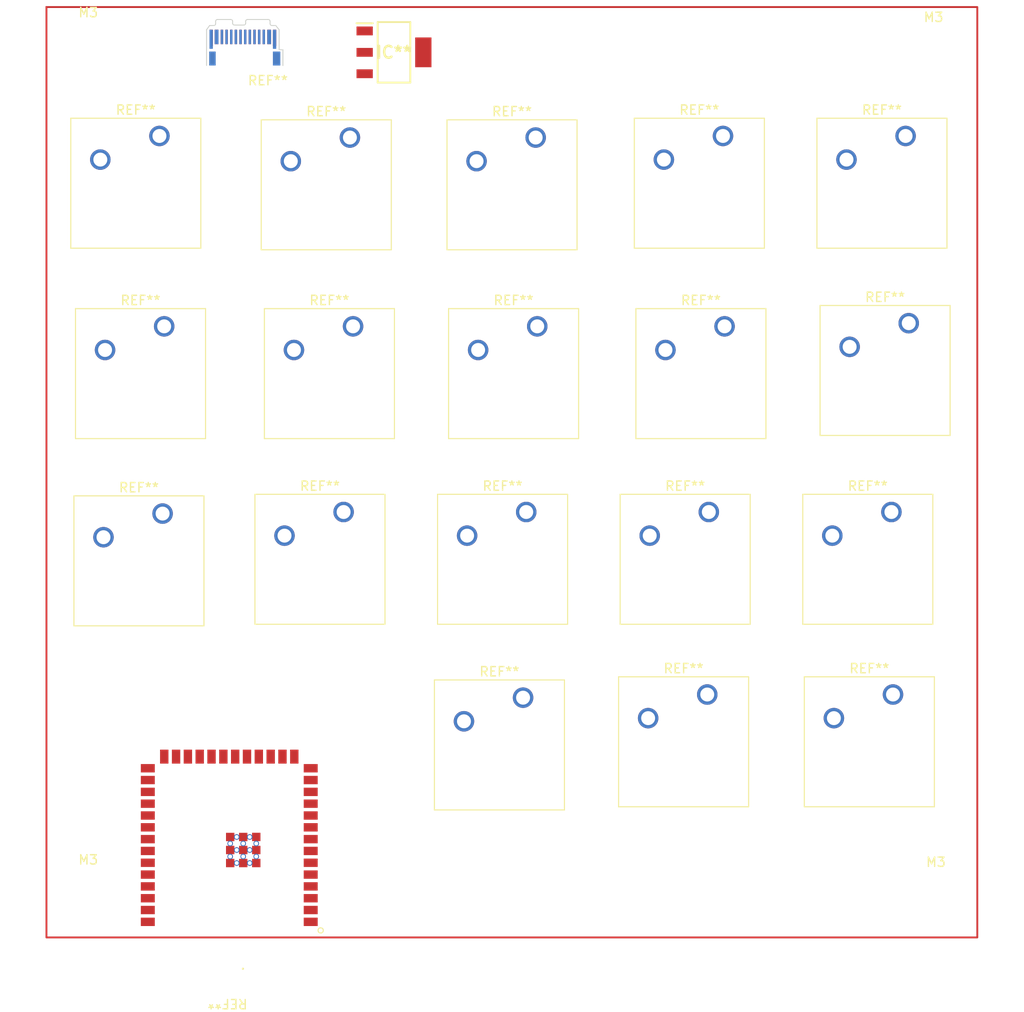
<source format=kicad_pcb>
(kicad_pcb (version 20211014) (generator pcbnew)
  (layers (0 "F.Cu" signal) (31 "B.Cu" signal) (34 "B.Paste" user) (35 "F.Paste" user) (36 "B.SilkS" user "B.Silkscreen") (37 "F.SilkS" user "F.Silkscreen") (38 "B.Mask" user) (39 "F.Mask" user) (44 "Edge.Cuts" user))
  (net 0 "")
  (footprint "esp32-library:ESP32-S3-WROOM-1" (layer "F.Cu") (at 87.279 125.143 180)
    (fp_text reference "REF**" (at 0.19 -14.06 180 unlocked) (layer "F.SilkS"))
    (fp_text value "ESP32-S3-WROOM-1")
    (fp_circle (center -1.47 -10.3) (end -1.47 -10.3) (layer "F.SilkS") (width 0.12) (fill none))
    (fp_circle (center -9.82 -6.18) (end -9.66 -5.95) (layer "F.SilkS") (width 0.12) (fill none))
    (pad "1" smd rect (at -8.75 -5.26 180) (size 1.5 0.9) (layers "F.Cu" "F.Paste" "F.Mask"))
    (pad "2" smd rect (at -8.75 -3.99 180) (size 1.5 0.9) (layers "F.Cu" "F.Paste" "F.Mask"))
    (pad "3" smd rect (at -8.75 -2.72 180) (size 1.5 0.9) (layers "F.Cu" "F.Paste" "F.Mask"))
    (pad "4" smd rect (at -8.75 -1.45 180) (size 1.5 0.9) (layers "F.Cu" "F.Paste" "F.Mask"))
    (pad "5" smd rect (at -8.75 -0.18 180) (size 1.5 0.9) (layers "F.Cu" "F.Paste" "F.Mask"))
    (pad "6" smd rect (at -8.75 1.09 180) (size 1.5 0.9) (layers "F.Cu" "F.Paste" "F.Mask"))
    (pad "7" smd rect (at -8.75 2.36 180) (size 1.5 0.9) (layers "F.Cu" "F.Paste" "F.Mask"))
    (pad "8" smd rect (at -8.75 3.63 180) (size 1.5 0.9) (layers "F.Cu" "F.Paste" "F.Mask"))
    (pad "9" smd rect (at -8.75 4.9 180) (size 1.5 0.9) (layers "F.Cu" "F.Paste" "F.Mask"))
    (pad "10" smd rect (at -8.75 6.17 180) (size 1.5 0.9) (layers "F.Cu" "F.Paste" "F.Mask"))
    (pad "11" smd rect (at -8.75 7.44 180) (size 1.5 0.9) (layers "F.Cu" "F.Paste" "F.Mask"))
    (pad "12" smd rect (at -8.75 8.71 180) (size 1.5 0.9) (layers "F.Cu" "F.Paste" "F.Mask"))
    (pad "13" smd rect (at -8.75 9.98 180) (size 1.5 0.9) (layers "F.Cu" "F.Paste" "F.Mask"))
    (pad "14" smd rect (at -8.75 11.25 180) (size 1.5 0.9) (layers "F.Cu" "F.Paste" "F.Mask"))
    (pad "15" smd rect (at -6.985 12.5 180) (size 0.9 1.5) (layers "F.Cu" "F.Paste" "F.Mask"))
    (pad "16" smd rect (at -5.715 12.5 180) (size 0.9 1.5) (layers "F.Cu" "F.Paste" "F.Mask"))
    (pad "17" smd rect (at -4.45 12.5 180) (size 0.9 1.5) (layers "F.Cu" "F.Paste" "F.Mask"))
    (pad "18" smd rect (at -3.175 12.5 180) (size 0.9 1.5) (layers "F.Cu" "F.Paste" "F.Mask"))
    (pad "19" smd rect (at -1.905 12.5 180) (size 0.9 1.5) (layers "F.Cu" "F.Paste" "F.Mask"))
    (pad "20" smd rect (at -0.635 12.5 180) (size 0.9 1.5) (layers "F.Cu" "F.Paste" "F.Mask"))
    (pad "21" smd rect (at 0.635 12.5 180) (size 0.9 1.5) (layers "F.Cu" "F.Paste" "F.Mask"))
    (pad "22" smd rect (at 1.905 12.5 180) (size 0.9 1.5) (layers "F.Cu" "F.Paste" "F.Mask"))
    (pad "23" smd rect (at 3.175 12.5 180) (size 0.9 1.5) (layers "F.Cu" "F.Paste" "F.Mask"))
    (pad "24" smd rect (at 4.445 12.5 180) (size 0.9 1.5) (layers "F.Cu" "F.Paste" "F.Mask"))
    (pad "25" smd rect (at 5.715 12.5 180) (size 0.9 1.5) (layers "F.Cu" "F.Paste" "F.Mask"))
    (pad "26" smd rect (at 6.985 12.5 180) (size 0.9 1.5) (layers "F.Cu" "F.Paste" "F.Mask"))
    (pad "27" smd rect (at 8.75 11.25 180) (size 1.5 0.9) (layers "F.Cu" "F.Paste" "F.Mask"))
    (pad "28" smd rect (at 8.75 9.98 180) (size 1.5 0.9) (layers "F.Cu" "F.Paste" "F.Mask"))
    (pad "29" smd rect (at 8.75 8.71 180) (size 1.5 0.9) (layers "F.Cu" "F.Paste" "F.Mask"))
    (pad "30" smd rect (at 8.75 7.44 180) (size 1.5 0.9) (layers "F.Cu" "F.Paste" "F.Mask"))
    (pad "31" smd rect (at 8.75 6.17 180) (size 1.5 0.9) (layers "F.Cu" "F.Paste" "F.Mask"))
    (pad "32" smd rect (at 8.75 4.9 180) (size 1.5 0.9) (layers "F.Cu" "F.Paste" "F.Mask"))
    (pad "33" smd rect (at 8.75 3.63 180) (size 1.5 0.9) (layers "F.Cu" "F.Paste" "F.Mask"))
    (pad "34" smd rect (at 8.75 2.36 180) (size 1.5 0.9) (layers "F.Cu" "F.Paste" "F.Mask"))
    (pad "35" smd rect (at 8.75 1.09 180) (size 1.5 0.9) (layers "F.Cu" "F.Paste" "F.Mask"))
    (pad "36" smd rect (at 8.75 -0.18 180) (size 1.5 0.9) (layers "F.Cu" "F.Paste" "F.Mask"))
    (pad "37" smd rect (at 8.75 -1.45 180) (size 1.5 0.9) (layers "F.Cu" "F.Paste" "F.Mask"))
    (pad "38" smd rect (at 8.75 -2.72 180) (size 1.5 0.9) (layers "F.Cu" "F.Paste" "F.Mask"))
    (pad "39" smd rect (at 8.75 -3.99 180) (size 1.5 0.9) (layers "F.Cu" "F.Paste" "F.Mask"))
    (pad "40" smd rect (at 8.75 -5.26 180) (size 1.5 0.9) (layers "F.Cu" "F.Paste" "F.Mask"))
    (pad "41" smd rect (at -0.1 2.46 180) (size 0.9 0.9) (layers "F.Cu" "F.Paste" "F.Mask"))
    (pad "41" smd rect (at -2.9 2.46 180) (size 0.9 0.9) (layers "F.Cu" "F.Paste" "F.Mask"))
    (pad "41" smd rect (at -1.5 3.86 180) (size 0.9 0.9) (layers "F.Cu" "F.Paste" "F.Mask"))
    (pad "41" smd rect (at -2.9 1.06 180) (size 0.9 0.9) (layers "F.Cu" "F.Paste" "F.Mask"))
    (pad "41" thru_hole circle (at -2.9 3.16 180) (size 0.6 0.6) (drill 0.4) (layers *.Cu *.Mask))
    (pad "41" thru_hole circle (at -1.5 1.76 180) (size 0.6 0.6) (drill 0.4) (layers *.Cu *.Mask))
    (pad "41" thru_hole circle (at -0.8 2.46 180) (size 0.6 0.6) (drill 0.4) (layers *.Cu *.Mask))
    (pad "41" thru_hole circle (at -2.2 3.86 180) (size 0.6 0.6) (drill 0.4) (layers *.Cu *.Mask))
    (pad "41" smd rect (at -1.5 1.06 180) (size 0.9 0.9) (layers "F.Cu" "F.Paste" "F.Mask"))
    (pad "41" smd rect (at -1.5 2.46 180) (size 0.9 0.9) (layers "F.Cu" "F.Paste" "F.Mask"))
    (pad "41" thru_hole circle (at -2.2 1.06 180) (size 0.6 0.6) (drill 0.4) (layers *.Cu *.Mask))
    (pad "41" smd rect (at -0.1 1.06 180) (size 0.9 0.9) (layers "F.Cu" "F.Paste" "F.Mask"))
    (pad "41" thru_hole circle (at -0.1 1.76 180) (size 0.6 0.6) (drill 0.4) (layers *.Cu *.Mask))
    (pad "41" smd rect (at -0.1 3.86 180) (size 0.9 0.9) (layers "F.Cu" "F.Paste" "F.Mask"))
    (pad "41" thru_hole circle (at -2.9 1.76 180) (size 0.6 0.6) (drill 0.4) (layers *.Cu *.Mask))
    (pad "41" thru_hole circle (at -2.2 2.46 180) (size 0.6 0.6) (drill 0.4) (layers *.Cu *.Mask))
    (pad "41" thru_hole circle (at -0.8 3.86 180) (size 0.6 0.6) (drill 0.4) (layers *.Cu *.Mask))
    (pad "41" thru_hole circle (at -1.5 3.16 180) (size 0.6 0.6) (drill 0.4) (layers *.Cu *.Mask))
    (pad "41" thru_hole circle (at -0.1 3.16 180) (size 0.6 0.6) (drill 0.4) (layers *.Cu *.Mask))
    (pad "41" thru_hole circle (at -0.8 1.06 180) (size 0.6 0.6) (drill 0.4) (layers *.Cu *.Mask))
    (pad "41" smd rect (at -2.9 3.865 180) (size 0.9 0.9) (layers "F.Cu" "F.Paste" "F.Mask"))
  )
  (footprint "Button_Switch_Keyboard:SW_Cherry_MX_1.00u_PCB" (layer "F.Cu") (at 118.842 106.308)
    (fp_text reference "REF**" (at -2.54 -2.794) (layer "F.SilkS"))
    (fp_text value "SW_Cherry_MX_1.00u_PCB")
    (fp_line (start 4.445 12.065) (end -9.525 12.065) (layer "F.SilkS") (width 0.12))
    (fp_line (start -9.525 -1.905) (end 4.445 -1.905) (layer "F.SilkS") (width 0.12))
    (fp_line (start 4.445 -1.905) (end 4.445 12.065) (layer "F.SilkS") (width 0.12))
    (fp_line (start -9.525 12.065) (end -9.525 -1.905) (layer "F.SilkS") (width 0.12))
    (pad "" np_thru_hole circle locked (at -2.54 5.08) (size 4 4) (drill 4) (layers *.Cu *.Mask))
    (pad "" np_thru_hole circle locked (at 2.54 5.08) (size 1.7 1.7) (drill 1.7) (layers *.Cu *.Mask))
    (pad "" np_thru_hole circle locked (at -7.62 5.08) (size 1.7 1.7) (drill 1.7) (layers *.Cu *.Mask))
    (pad "1" thru_hole circle locked (at 0 0) (size 2.2 2.2) (drill 1.5) (layers *.Cu *.Mask))
    (pad "2" thru_hole circle locked (at -6.35 2.54) (size 2.2 2.2) (drill 1.5) (layers *.Cu *.Mask))
  )
  (footprint "Connector_USB:USB_C_Plug_JAE_DX07P024AJ1" (layer "F.Cu") (at 88.74 36.439 180)
    (fp_text reference "REF**" (at -2.6925 -3.54) (layer "F.SilkS"))
    (fp_text value "USB_C_Plug_JAE_DX07P024AJ1")
    (fp_line (start -3.9 1.9225) (end -3.9 -0.2275) (layer "Edge.Cuts") (width 0.1))
    (fp_line (start 1.1 2.8225) (end 1.1 2.6225) (layer "Edge.Cuts") (width 0.1))
    (fp_line (start -2.925 2.8225) (end -2.925 2.5725) (layer "Edge.Cuts") (width 0.1))
    (fp_line (start -3.53 2.3725) (end -3.9 1.9225) (layer "Edge.Cuts") (width 0.1))
    (fp_line (start -0.1 2.4225) (end 0.9 2.4225) (layer "Edge.Cuts") (width 0.1))
    (fp_line (start -4.3 -0.2275) (end -3.9 -0.2275) (layer "Edge.Cuts") (width 0.1))
    (fp_line (start -0.5 3.0225) (end -2.725 3.0225) (layer "Edge.Cuts") (width 0.1))
    (fp_line (start -0.3 2.6225) (end -0.3 2.8225) (layer "Edge.Cuts") (width 0.1))
    (fp_line (start -4.3 -1.93) (end -4.3 -0.2275) (layer "Edge.Cuts") (width 0.1))
    (fp_line (start 3.125 2.3725) (end 3.575 2.3725) (layer "Edge.Cuts") (width 0.1))
    (fp_line (start 3.9 1.9225) (end 3.9 -1.9175) (layer "Edge.Cuts") (width 0.1))
    (fp_line (start 2.925 2.8225) (end 2.925 2.5725) (layer "Edge.Cuts") (width 0.1))
    (fp_line (start 3.575 2.3725) (end 3.9 1.9225) (layer "Edge.Cuts") (width 0.1))
    (fp_line (start 1.3 3.0225) (end 2.725 3.0225) (layer "Edge.Cuts") (width 0.1))
    (fp_line (start -3.125 2.3725) (end -3.53 2.3725) (layer "Edge.Cuts") (width 0.1))
    (fp_arc (start 1.3 3.0225) (mid 1.158579 2.963921) (end 1.1 2.8225) (layer "Edge.Cuts") (width 0.1))
    (fp_arc (start -0.3 2.8225) (mid -0.358579 2.963921) (end -0.5 3.0225) (layer "Edge.Cuts") (width 0.1))
    (fp_arc (start -0.3 2.6225) (mid -0.241421 2.481079) (end -0.1 2.4225) (layer "Edge.Cuts") (width 0.1))
    (fp_arc (start 0.9 2.4225) (mid 1.041421 2.481079) (end 1.1 2.6225) (layer "Edge.Cuts") (width 0.1))
    (fp_arc (start 2.925 2.5725) (mid 2.983579 2.431079) (end 3.125 2.3725) (layer "Edge.Cuts") (width 0.1))
    (fp_arc (start 2.925 2.8225) (mid 2.866421 2.963921) (end 2.725 3.0225) (layer "Edge.Cuts") (width 0.1))
    (fp_arc (start -3.125 2.3725) (mid -2.983579 2.431079) (end -2.925 2.5725) (layer "Edge.Cuts") (width 0.1))
    (fp_arc (start -2.725 3.0225) (mid -2.866421 2.963921) (end -2.925 2.8225) (layer "Edge.Cuts") (width 0.1))
    (pad "" smd rect locked (at 3.405 1.0475 180) (size 0.36 1.75) (layers "F.Cu" "F.Mask"))
    (pad "" smd rect locked (at -3.405 1.0475 180) (size 0.36 1.75) (layers "F.Cu" "F.Mask"))
    (pad "A1" smd rect locked (at 2.825 1.1475 180) (size 0.41 1.55) (layers "F.Cu" "F.Paste" "F.Mask"))
    (pad "A2" smd rect locked (at 2.25 1.1475 180) (size 0.26 1.55) (layers "F.Cu" "F.Paste" "F.Mask"))
    (pad "A3" smd rect locked (at 1.75 1.1475 180) (size 0.26 1.55) (layers "F.Cu" "F.Paste" "F.Mask"))
    (pad "A4" smd rect locked (at 1.25 1.1475 180) (size 0.26 1.55) (layers "F.Cu" "F.Paste" "F.Mask"))
    (pad "A5" smd rect locked (at 0.75 1.1475 180) (size 0.26 1.55) (layers "F.Cu" "F.Paste" "F.Mask"))
    (pad "A6" smd rect locked (at 0.25 1.1475) (size 0.26 1.55) (layers "F.Cu" "F.Paste" "F.Mask"))
    (pad "A7" smd rect locked (at -0.25 1.1475) (size 0.26 1.55) (layers "F.Cu" "F.Paste" "F.Mask"))
    (pad "A8" smd rect locked (at -0.75 1.1475 180) (size 0.26 1.55) (layers "F.Cu" "F.Paste" "F.Mask"))
    (pad "A9" smd rect locked (at -1.25 1.1475 180) (size 0.26 1.55) (layers "F.Cu" "F.Paste" "F.Mask"))
    (pad "A10" smd rect locked (at -1.75 1.1475 180) (size 0.26 1.55) (layers "F.Cu" "F.Paste" "F.Mask"))
    (pad "A11" smd rect locked (at -2.25 1.1475 180) (size 0.26 1.55) (layers "F.Cu" "F.Paste" "F.Mask"))
    (pad "A12" smd rect locked (at -2.825 1.1475 180) (size 0.41 1.55) (layers "F.Cu" "F.Paste" "F.Mask"))
    (pad "B1" smd rect locked (at -2.825 1.1475 180) (size 0.41 1.55) (layers "B.Cu" "B.Paste" "B.Mask"))
    (pad "B2" smd rect locked (at -2.25 1.1475 180) (size 0.26 1.55) (layers "B.Cu" "B.Paste" "B.Mask"))
    (pad "B3" smd rect locked (at -1.75 1.1475 180) (size 0.26 1.55) (layers "B.Cu" "B.Paste" "B.Mask"))
    (pad "B4" smd rect locked (at -1.25 1.1475 180) (size 0.26 1.55) (layers "B.Cu" "B.Paste" "B.Mask"))
    (pad "B5" smd rect locked (at -0.75 1.1475 180) (size 0.26 1.55) (layers "B.Cu" "B.Paste" "B.Mask"))
    (pad "B6" smd rect locked (at -0.25 1.1475) (size 0.26 1.55) (layers "B.Cu" "B.Paste" "B.Mask"))
    (pad "B7" smd rect locked (at 0.25 1.1475 180) (size 0.26 1.55) (layers "B.Cu" "B.Paste" "B.Mask"))
    (pad "B8" smd rect locked (at 0.75 1.1475 180) (size 0.26 1.55) (layers "B.Cu" "B.Paste" "B.Mask"))
    (pad "B9" smd rect locked (at 1.25 1.1475 180) (size 0.26 1.55) (layers "B.Cu" "B.Paste" "B.Mask"))
    (pad "B10" smd rect locked (at 1.75 1.1475 180) (size 0.26 1.55) (layers "B.Cu" "B.Paste" "B.Mask"))
    (pad "B11" smd rect locked (at 2.25 1.1475 180) (size 0.26 1.55) (layers "B.Cu" "B.Paste" "B.Mask"))
    (pad "B12" smd rect locked (at 2.825 1.1475 180) (size 0.41 1.55) (layers "B.Cu" "B.Paste" "B.Mask"))
    (pad "S1" smd rect locked (at -3.405 0.8975 180) (size 0.36 2.05) (layers "B.Cu" "B.Paste" "B.Mask"))
    (pad "S1" smd rect locked (at 3.405 0.8975 180) (size 0.36 2.05) (layers "B.Cu" "B.Paste" "B.Mask"))
    (pad "S1" smd rect locked (at -3.625 -1.1725 180) (size 0.8 1.5) (layers "B.Cu" "B.Paste" "B.Mask"))
    (pad "S1" smd rect locked (at 3.27 -1.1725) (size 0.7 1.5) (layers "B.Cu" "B.Paste" "B.Mask"))
  )
  (footprint "Button_Switch_Keyboard:SW_Cherry_MX_1.00u_PCB" (layer "F.Cu") (at 158.414 86.353)
    (fp_text reference "REF**" (at -2.54 -2.794) (layer "F.SilkS"))
    (fp_text value "SW_Cherry_MX_1.00u_PCB")
    (fp_line (start 4.445 12.065) (end -9.525 12.065) (layer "F.SilkS") (width 0.12))
    (fp_line (start -9.525 -1.905) (end 4.445 -1.905) (layer "F.SilkS") (width 0.12))
    (fp_line (start 4.445 -1.905) (end 4.445 12.065) (layer "F.SilkS") (width 0.12))
    (fp_line (start -9.525 12.065) (end -9.525 -1.905) (layer "F.SilkS") (width 0.12))
    (pad "" np_thru_hole circle locked (at -2.54 5.08) (size 4 4) (drill 4) (layers *.Cu *.Mask))
    (pad "" np_thru_hole circle locked (at 2.54 5.08) (size 1.7 1.7) (drill 1.7) (layers *.Cu *.Mask))
    (pad "" np_thru_hole circle locked (at -7.62 5.08) (size 1.7 1.7) (drill 1.7) (layers *.Cu *.Mask))
    (pad "1" thru_hole circle locked (at 0 0) (size 2.2 2.2) (drill 1.5) (layers *.Cu *.Mask))
    (pad "2" thru_hole circle locked (at -6.35 2.54) (size 2.2 2.2) (drill 1.5) (layers *.Cu *.Mask))
  )
  (footprint "Button_Switch_Keyboard:SW_Cherry_MX_1.00u_PCB" (layer "F.Cu") (at 100.24 46.104)
    (fp_text reference "REF**" (at -2.54 -2.794) (layer "F.SilkS"))
    (fp_text value "SW_Cherry_MX_1.00u_PCB")
    (fp_line (start 4.445 12.065) (end -9.525 12.065) (layer "F.SilkS") (width 0.12))
    (fp_line (start -9.525 -1.905) (end 4.445 -1.905) (layer "F.SilkS") (width 0.12))
    (fp_line (start -9.525 12.065) (end -9.525 -1.905) (layer "F.SilkS") (width 0.12))
    (fp_line (start 4.445 -1.905) (end 4.445 12.065) (layer "F.SilkS") (width 0.12))
    (pad "" np_thru_hole circle locked (at 2.54 5.08) (size 1.7 1.7) (drill 1.7) (layers *.Cu *.Mask))
    (pad "" np_thru_hole circle locked (at -7.62 5.08) (size 1.7 1.7) (drill 1.7) (layers *.Cu *.Mask))
    (pad "" np_thru_hole circle locked (at -2.54 5.08) (size 4 4) (drill 4) (layers *.Cu *.Mask))
    (pad "1" thru_hole circle locked (at 0 0) (size 2.2 2.2) (drill 1.5) (layers *.Cu *.Mask))
    (pad "2" thru_hole circle locked (at -6.35 2.54) (size 2.2 2.2) (drill 1.5) (layers *.Cu *.Mask))
  )
  (footprint "Button_Switch_Keyboard:SW_Cherry_MX_1.00u_PCB" (layer "F.Cu") (at 160.274 66.059)
    (fp_text reference "REF**" (at -2.54 -2.794) (layer "F.SilkS"))
    (fp_text value "SW_Cherry_MX_1.00u_PCB")
    (fp_line (start -9.525 12.065) (end -9.525 -1.905) (layer "F.SilkS") (width 0.12))
    (fp_line (start 4.445 12.065) (end -9.525 12.065) (layer "F.SilkS") (width 0.12))
    (fp_line (start 4.445 -1.905) (end 4.445 12.065) (layer "F.SilkS") (width 0.12))
    (fp_line (start -9.525 -1.905) (end 4.445 -1.905) (layer "F.SilkS") (width 0.12))
    (pad "" np_thru_hole circle locked (at 2.54 5.08) (size 1.7 1.7) (drill 1.7) (layers *.Cu *.Mask))
    (pad "" np_thru_hole circle locked (at -7.62 5.08) (size 1.7 1.7) (drill 1.7) (layers *.Cu *.Mask))
    (pad "" np_thru_hole circle locked (at -2.54 5.08) (size 4 4) (drill 4) (layers *.Cu *.Mask))
    (pad "1" thru_hole circle locked (at 0 0) (size 2.2 2.2) (drill 1.5) (layers *.Cu *.Mask))
    (pad "2" thru_hole circle locked (at -6.35 2.54) (size 2.2 2.2) (drill 1.5) (layers *.Cu *.Mask))
  )
  (footprint "MountingHole:MountingHole_3.2mm_M3" (layer "F.Cu") (at 163.197 128.187)
    (fp_text reference "M3" (at 0 -4.2) (layer "F.SilkS"))
    (fp_text value "MountingHole_3.2mm_M3")
    (pad "" np_thru_hole circle locked (at 0 0) (size 3.2 3.2) (drill 3.2) (layers *.Cu *.Mask))
  )
  (footprint "Button_Switch_Keyboard:SW_Cherry_MX_1.00u_PCB" (layer "F.Cu") (at 99.563 86.353)
    (fp_text reference "REF**" (at -2.54 -2.794) (layer "F.SilkS"))
    (fp_text value "SW_Cherry_MX_1.00u_PCB")
    (fp_line (start 4.445 -1.905) (end 4.445 12.065) (layer "F.SilkS") (width 0.12))
    (fp_line (start -9.525 -1.905) (end 4.445 -1.905) (layer "F.SilkS") (width 0.12))
    (fp_line (start -9.525 12.065) (end -9.525 -1.905) (layer "F.SilkS") (width 0.12))
    (fp_line (start 4.445 12.065) (end -9.525 12.065) (layer "F.SilkS") (width 0.12))
    (pad "" np_thru_hole circle locked (at -7.62 5.08) (size 1.7 1.7) (drill 1.7) (layers *.Cu *.Mask))
    (pad "" np_thru_hole circle locked (at 2.54 5.08) (size 1.7 1.7) (drill 1.7) (layers *.Cu *.Mask))
    (pad "" np_thru_hole circle locked (at -2.54 5.08) (size 4 4) (drill 4) (layers *.Cu *.Mask))
    (pad "1" thru_hole circle locked (at 0 0) (size 2.2 2.2) (drill 1.5) (layers *.Cu *.Mask))
    (pad "2" thru_hole circle locked (at -6.35 2.54) (size 2.2 2.2) (drill 1.5) (layers *.Cu *.Mask))
  )
  (footprint "MountingHole:MountingHole_3.2mm_M3" (layer "F.Cu") (at 162.944 37.374)
    (fp_text reference "M3" (at 0 -4.2) (layer "F.SilkS"))
    (fp_text value "MountingHole_3.2mm_M3")
    (pad "" np_thru_hole circle locked (at 0 0) (size 3.2 3.2) (drill 3.2) (layers *.Cu *.Mask))
  )
  (footprint "Button_Switch_Keyboard:SW_Cherry_MX_1.00u_PCB" (layer "F.Cu") (at 100.578 66.397)
    (fp_text reference "REF**" (at -2.54 -2.794) (layer "F.SilkS"))
    (fp_text value "SW_Cherry_MX_1.00u_PCB")
    (fp_line (start 4.445 12.065) (end -9.525 12.065) (layer "F.SilkS") (width 0.12))
    (fp_line (start 4.445 -1.905) (end 4.445 12.065) (layer "F.SilkS") (width 0.12))
    (fp_line (start -9.525 -1.905) (end 4.445 -1.905) (layer "F.SilkS") (width 0.12))
    (fp_line (start -9.525 12.065) (end -9.525 -1.905) (layer "F.SilkS") (width 0.12))
    (pad "" np_thru_hole circle locked (at -7.62 5.08) (size 1.7 1.7) (drill 1.7) (layers *.Cu *.Mask))
    (pad "" np_thru_hole circle locked (at 2.54 5.08) (size 1.7 1.7) (drill 1.7) (layers *.Cu *.Mask))
    (pad "" np_thru_hole circle locked (at -2.54 5.08) (size 4 4) (drill 4) (layers *.Cu *.Mask))
    (pad "1" thru_hole circle locked (at 0 0) (size 2.2 2.2) (drill 1.5) (layers *.Cu *.Mask))
    (pad "2" thru_hole circle locked (at -6.35 2.54) (size 2.2 2.2) (drill 1.5) (layers *.Cu *.Mask))
  )
  (footprint "Button_Switch_Keyboard:SW_Cherry_MX_1.00u_PCB" (layer "F.Cu") (at 159.936 45.935)
    (fp_text reference "REF**" (at -2.54 -2.794) (layer "F.SilkS"))
    (fp_text value "SW_Cherry_MX_1.00u_PCB")
    (fp_line (start -9.525 -1.905) (end 4.445 -1.905) (layer "F.SilkS") (width 0.12))
    (fp_line (start 4.445 -1.905) (end 4.445 12.065) (layer "F.SilkS") (width 0.12))
    (fp_line (start 4.445 12.065) (end -9.525 12.065) (layer "F.SilkS") (width 0.12))
    (fp_line (start -9.525 12.065) (end -9.525 -1.905) (layer "F.SilkS") (width 0.12))
    (pad "" np_thru_hole circle locked (at 2.54 5.08) (size 1.7 1.7) (drill 1.7) (layers *.Cu *.Mask))
    (pad "" np_thru_hole circle locked (at -2.54 5.08) (size 4 4) (drill 4) (layers *.Cu *.Mask))
    (pad "" np_thru_hole circle locked (at -7.62 5.08) (size 1.7 1.7) (drill 1.7) (layers *.Cu *.Mask))
    (pad "1" thru_hole circle locked (at 0 0) (size 2.2 2.2) (drill 1.5) (layers *.Cu *.Mask))
    (pad "2" thru_hole circle locked (at -6.35 2.54) (size 2.2 2.2) (drill 1.5) (layers *.Cu *.Mask))
  )
  (footprint "Button_Switch_Keyboard:SW_Cherry_MX_1.00u_PCB" (layer "F.Cu") (at 138.797 86.353)
    (fp_text reference "REF**" (at -2.54 -2.794) (layer "F.SilkS"))
    (fp_text value "SW_Cherry_MX_1.00u_PCB")
    (fp_line (start 4.445 12.065) (end -9.525 12.065) (layer "F.SilkS") (width 0.12))
    (fp_line (start -9.525 -1.905) (end 4.445 -1.905) (layer "F.SilkS") (width 0.12))
    (fp_line (start 4.445 -1.905) (end 4.445 12.065) (layer "F.SilkS") (width 0.12))
    (fp_line (start -9.525 12.065) (end -9.525 -1.905) (layer "F.SilkS") (width 0.12))
    (pad "" np_thru_hole circle locked (at -2.54 5.08) (size 4 4) (drill 4) (layers *.Cu *.Mask))
    (pad "" np_thru_hole circle locked (at 2.54 5.08) (size 1.7 1.7) (drill 1.7) (layers *.Cu *.Mask))
    (pad "" np_thru_hole circle locked (at -7.62 5.08) (size 1.7 1.7) (drill 1.7) (layers *.Cu *.Mask))
    (pad "1" thru_hole circle locked (at 0 0) (size 2.2 2.2) (drill 1.5) (layers *.Cu *.Mask))
    (pad "2" thru_hole circle locked (at -6.35 2.54) (size 2.2 2.2) (drill 1.5) (layers *.Cu *.Mask))
  )
  (footprint "Button_Switch_Keyboard:SW_Cherry_MX_1.00u_PCB" (layer "F.Cu") (at 140.319 45.935)
    (fp_text reference "REF**" (at -2.54 -2.794) (layer "F.SilkS"))
    (fp_text value "SW_Cherry_MX_1.00u_PCB")
    (fp_line (start -9.525 -1.905) (end 4.445 -1.905) (layer "F.SilkS") (width 0.12))
    (fp_line (start 4.445 -1.905) (end 4.445 12.065) (layer "F.SilkS") (width 0.12))
    (fp_line (start 4.445 12.065) (end -9.525 12.065) (layer "F.SilkS") (width 0.12))
    (fp_line (start -9.525 12.065) (end -9.525 -1.905) (layer "F.SilkS") (width 0.12))
    (pad "" np_thru_hole circle locked (at 2.54 5.08) (size 1.7 1.7) (drill 1.7) (layers *.Cu *.Mask))
    (pad "" np_thru_hole circle locked (at -2.54 5.08) (size 4 4) (drill 4) (layers *.Cu *.Mask))
    (pad "" np_thru_hole circle locked (at -7.62 5.08) (size 1.7 1.7) (drill 1.7) (layers *.Cu *.Mask))
    (pad "1" thru_hole circle locked (at 0 0) (size 2.2 2.2) (drill 1.5) (layers *.Cu *.Mask))
    (pad "2" thru_hole circle locked (at -6.35 2.54) (size 2.2 2.2) (drill 1.5) (layers *.Cu *.Mask))
  )
  (footprint "Button_Switch_Keyboard:SW_Cherry_MX_1.00u_PCB" (layer "F.Cu") (at 138.628 105.969)
    (fp_text reference "REF**" (at -2.54 -2.794) (layer "F.SilkS"))
    (fp_text value "SW_Cherry_MX_1.00u_PCB")
    (fp_line (start 4.445 12.065) (end -9.525 12.065) (layer "F.SilkS") (width 0.12))
    (fp_line (start -9.525 -1.905) (end 4.445 -1.905) (layer "F.SilkS") (width 0.12))
    (fp_line (start 4.445 -1.905) (end 4.445 12.065) (layer "F.SilkS") (width 0.12))
    (fp_line (start -9.525 12.065) (end -9.525 -1.905) (layer "F.SilkS") (width 0.12))
    (pad "" np_thru_hole circle locked (at -2.54 5.08) (size 4 4) (drill 4) (layers *.Cu *.Mask))
    (pad "" np_thru_hole circle locked (at 2.54 5.08) (size 1.7 1.7) (drill 1.7) (layers *.Cu *.Mask))
    (pad "" np_thru_hole circle locked (at -7.62 5.08) (size 1.7 1.7) (drill 1.7) (layers *.Cu *.Mask))
    (pad "1" thru_hole circle locked (at 0 0) (size 2.2 2.2) (drill 1.5) (layers *.Cu *.Mask))
    (pad "2" thru_hole circle locked (at -6.35 2.54) (size 2.2 2.2) (drill 1.5) (layers *.Cu *.Mask))
  )
  (footprint "lm1117:SOT230P700X180-4N" (layer "F.Cu") (at 104.975 36.946)
    (fp_text reference "IC**" (at 0 0) (layer "F.SilkS") (effects (font (size 1.27 1.27) (thickness 0.254))))
    (fp_text value "SOT230P700X180-4N" hide)
    (fp_line (start -1.75 3.25) (end -1.75 -3.25) (layer "F.SilkS") (width 0.2))
    (fp_line (start 1.75 3.25) (end -1.75 3.25) (layer "F.SilkS") (width 0.2))
    (fp_line (start -1.75 -3.25) (end 1.75 -3.25) (layer "F.SilkS") (width 0.2))
    (fp_line (start 1.75 -3.25) (end 1.75 3.25) (layer "F.SilkS") (width 0.2))
    (fp_line (start -4.025 -3.125) (end -2.275 -3.125) (layer "F.SilkS") (width 0.2))
    (pad "1" smd rect (at -3.15 -2.3 90) (size 0.95 1.75) (layers "F.Cu" "F.Paste" "F.Mask"))
    (pad "2" smd rect (at -3.15 0 90) (size 0.95 1.75) (layers "F.Cu" "F.Paste" "F.Mask"))
    (pad "3" smd rect (at -3.15 2.3 90) (size 0.95 1.75) (layers "F.Cu" "F.Paste" "F.Mask"))
    (pad "4" smd rect (at 3.15 0) (size 1.75 3.2) (layers "F.Cu" "F.Paste" "F.Mask"))
  )
  (footprint "Button_Switch_Keyboard:SW_Cherry_MX_1.00u_PCB" (layer "F.Cu") (at 119.18 86.353)
    (fp_text reference "REF**" (at -2.54 -2.794) (layer "F.SilkS"))
    (fp_text value "SW_Cherry_MX_1.00u_PCB")
    (fp_line (start -9.525 12.065) (end -9.525 -1.905) (layer "F.SilkS") (width 0.12))
    (fp_line (start -9.525 -1.905) (end 4.445 -1.905) (layer "F.SilkS") (width 0.12))
    (fp_line (start 4.445 -1.905) (end 4.445 12.065) (layer "F.SilkS") (width 0.12))
    (fp_line (start 4.445 12.065) (end -9.525 12.065) (layer "F.SilkS") (width 0.12))
    (pad "" np_thru_hole circle locked (at -2.54 5.08) (size 4 4) (drill 4) (layers *.Cu *.Mask))
    (pad "" np_thru_hole circle locked (at 2.54 5.08) (size 1.7 1.7) (drill 1.7) (layers *.Cu *.Mask))
    (pad "" np_thru_hole circle locked (at -7.62 5.08) (size 1.7 1.7) (drill 1.7) (layers *.Cu *.Mask))
    (pad "1" thru_hole circle locked (at 0 0) (size 2.2 2.2) (drill 1.5) (layers *.Cu *.Mask))
    (pad "2" thru_hole circle locked (at -6.35 2.54) (size 2.2 2.2) (drill 1.5) (layers *.Cu *.Mask))
  )
  (footprint "Button_Switch_Keyboard:SW_Cherry_MX_1.00u_PCB" (layer "F.Cu") (at 80.116 86.522)
    (fp_text reference "REF**" (at -2.54 -2.794) (layer "F.SilkS"))
    (fp_text value "SW_Cherry_MX_1.00u_PCB")
    (fp_line (start -9.525 -1.905) (end 4.445 -1.905) (layer "F.SilkS") (width 0.12))
    (fp_line (start 4.445 -1.905) (end 4.445 12.065) (layer "F.SilkS") (width 0.12))
    (fp_line (start 4.445 12.065) (end -9.525 12.065) (layer "F.SilkS") (width 0.12))
    (fp_line (start -9.525 12.065) (end -9.525 -1.905) (layer "F.SilkS") (width 0.12))
    (pad "" np_thru_hole circle locked (at -7.62 5.08) (size 1.7 1.7) (drill 1.7) (layers *.Cu *.Mask))
    (pad "" np_thru_hole circle locked (at -2.54 5.08) (size 4 4) (drill 4) (layers *.Cu *.Mask))
    (pad "" np_thru_hole circle locked (at 2.54 5.08) (size 1.7 1.7) (drill 1.7) (layers *.Cu *.Mask))
    (pad "1" thru_hole circle locked (at 0 0) (size 2.2 2.2) (drill 1.5) (layers *.Cu *.Mask))
    (pad "2" thru_hole circle locked (at -6.35 2.54) (size 2.2 2.2) (drill 1.5) (layers *.Cu *.Mask))
  )
  (footprint "MountingHole:MountingHole_3.2mm_M3" (layer "F.Cu") (at 72.131 127.933)
    (fp_text reference "M3" (at 0 -4.2) (layer "F.SilkS"))
    (fp_text value "MountingHole_3.2mm_M3")
    (pad "" np_thru_hole circle locked (at 0 0) (size 3.2 3.2) (drill 3.2) (layers *.Cu *.Mask))
  )
  (footprint "Button_Switch_Keyboard:SW_Cherry_MX_1.00u_PCB" (layer "F.Cu") (at 140.488 66.397)
    (fp_text reference "REF**" (at -2.54 -2.794) (layer "F.SilkS"))
    (fp_text value "SW_Cherry_MX_1.00u_PCB")
    (fp_line (start -9.525 12.065) (end -9.525 -1.905) (layer "F.SilkS") (width 0.12))
    (fp_line (start 4.445 12.065) (end -9.525 12.065) (layer "F.SilkS") (width 0.12))
    (fp_line (start 4.445 -1.905) (end 4.445 12.065) (layer "F.SilkS") (width 0.12))
    (fp_line (start -9.525 -1.905) (end 4.445 -1.905) (layer "F.SilkS") (width 0.12))
    (pad "" np_thru_hole circle locked (at 2.54 5.08) (size 1.7 1.7) (drill 1.7) (layers *.Cu *.Mask))
    (pad "" np_thru_hole circle locked (at -7.62 5.08) (size 1.7 1.7) (drill 1.7) (layers *.Cu *.Mask))
    (pad "" np_thru_hole circle locked (at -2.54 5.08) (size 4 4) (drill 4) (layers *.Cu *.Mask))
    (pad "1" thru_hole circle locked (at 0 0) (size 2.2 2.2) (drill 1.5) (layers *.Cu *.Mask))
    (pad "2" thru_hole circle locked (at -6.35 2.54) (size 2.2 2.2) (drill 1.5) (layers *.Cu *.Mask))
  )
  (footprint "Button_Switch_Keyboard:SW_Cherry_MX_1.00u_PCB" (layer "F.Cu") (at 120.195 46.104)
    (fp_text reference "REF**" (at -2.54 -2.794) (layer "F.SilkS"))
    (fp_text value "SW_Cherry_MX_1.00u_PCB")
    (fp_line (start 4.445 12.065) (end -9.525 12.065) (layer "F.SilkS") (width 0.12))
    (fp_line (start 4.445 -1.905) (end 4.445 12.065) (layer "F.SilkS") (width 0.12))
    (fp_line (start -9.525 -1.905) (end 4.445 -1.905) (layer "F.SilkS") (width 0.12))
    (fp_line (start -9.525 12.065) (end -9.525 -1.905) (layer "F.SilkS") (width 0.12))
    (pad "" np_thru_hole circle locked (at 2.54 5.08) (size 1.7 1.7) (drill 1.7) (layers *.Cu *.Mask))
    (pad "" np_thru_hole circle locked (at -7.62 5.08) (size 1.7 1.7) (drill 1.7) (layers *.Cu *.Mask))
    (pad "" np_thru_hole circle locked (at -2.54 5.08) (size 4 4) (drill 4) (layers *.Cu *.Mask))
    (pad "1" thru_hole circle locked (at 0 0) (size 2.2 2.2) (drill 1.5) (layers *.Cu *.Mask))
    (pad "2" thru_hole circle locked (at -6.35 2.54) (size 2.2 2.2) (drill 1.5) (layers *.Cu *.Mask))
  )
  (footprint "Button_Switch_Keyboard:SW_Cherry_MX_1.00u_PCB" (layer "F.Cu") (at 79.777 45.935)
    (fp_text reference "REF**" (at -2.54 -2.794) (layer "F.SilkS"))
    (fp_text value "SW_Cherry_MX_1.00u_PCB")
    (fp_line (start -9.525 12.065) (end -9.525 -1.905) (layer "F.SilkS") (width 0.12))
    (fp_line (start 4.445 12.065) (end -9.525 12.065) (layer "F.SilkS") (width 0.12))
    (fp_line (start 4.445 -1.905) (end 4.445 12.065) (layer "F.SilkS") (width 0.12))
    (fp_line (start -9.525 -1.905) (end 4.445 -1.905) (layer "F.SilkS") (width 0.12))
    (pad "" np_thru_hole circle locked (at -7.62 5.08) (size 1.7 1.7) (drill 1.7) (layers *.Cu *.Mask))
    (pad "" np_thru_hole circle locked (at 2.54 5.08) (size 1.7 1.7) (drill 1.7) (layers *.Cu *.Mask))
    (pad "" np_thru_hole circle locked (at -2.54 5.08) (size 4 4) (drill 4) (layers *.Cu *.Mask))
    (pad "1" thru_hole circle locked (at 0 0) (size 2.2 2.2) (drill 1.5) (layers *.Cu *.Mask))
    (pad "2" thru_hole circle locked (at -6.35 2.54) (size 2.2 2.2) (drill 1.5) (layers *.Cu *.Mask))
  )
  (footprint "Button_Switch_Keyboard:SW_Cherry_MX_1.00u_PCB" (layer "F.Cu") (at 158.583 105.969)
    (fp_text reference "REF**" (at -2.54 -2.794) (layer "F.SilkS"))
    (fp_text value "SW_Cherry_MX_1.00u_PCB")
    (fp_line (start 4.445 12.065) (end -9.525 12.065) (layer "F.SilkS") (width 0.12))
    (fp_line (start -9.525 -1.905) (end 4.445 -1.905) (layer "F.SilkS") (width 0.12))
    (fp_line (start 4.445 -1.905) (end 4.445 12.065) (layer "F.SilkS") (width 0.12))
    (fp_line (start -9.525 12.065) (end -9.525 -1.905) (layer "F.SilkS") (width 0.12))
    (pad "" np_thru_hole circle locked (at -2.54 5.08) (size 4 4) (drill 4) (layers *.Cu *.Mask))
    (pad "" np_thru_hole circle locked (at 2.54 5.08) (size 1.7 1.7) (drill 1.7) (layers *.Cu *.Mask))
    (pad "" np_thru_hole circle locked (at -7.62 5.08) (size 1.7 1.7) (drill 1.7) (layers *.Cu *.Mask))
    (pad "1" thru_hole circle locked (at 0 0) (size 2.2 2.2) (drill 1.5) (layers *.Cu *.Mask))
    (pad "2" thru_hole circle locked (at -6.35 2.54) (size 2.2 2.2) (drill 1.5) (layers *.Cu *.Mask))
  )
  (footprint "Button_Switch_Keyboard:SW_Cherry_MX_1.00u_PCB" (layer "F.Cu") (at 80.285 66.397)
    (fp_text reference "REF**" (at -2.54 -2.794) (layer "F.SilkS"))
    (fp_text value "SW_Cherry_MX_1.00u_PCB")
    (fp_line (start -9.525 12.065) (end -9.525 -1.905) (layer "F.SilkS") (width 0.12))
    (fp_line (start 4.445 -1.905) (end 4.445 12.065) (layer "F.SilkS") (width 0.12))
    (fp_line (start -9.525 -1.905) (end 4.445 -1.905) (layer "F.SilkS") (width 0.12))
    (fp_line (start 4.445 12.065) (end -9.525 12.065) (layer "F.SilkS") (width 0.12))
    (pad "" np_thru_hole circle locked (at -7.62 5.08) (size 1.7 1.7) (drill 1.7) (layers *.Cu *.Mask))
    (pad "" np_thru_hole circle locked (at -2.54 5.08) (size 4 4) (drill 4) (layers *.Cu *.Mask))
    (pad "" np_thru_hole circle locked (at 2.54 5.08) (size 1.7 1.7) (drill 1.7) (layers *.Cu *.Mask))
    (pad "1" thru_hole circle locked (at 0 0) (size 2.2 2.2) (drill 1.5) (layers *.Cu *.Mask))
    (pad "2" thru_hole circle locked (at -6.35 2.54) (size 2.2 2.2) (drill 1.5) (layers *.Cu *.Mask))
  )
  (footprint "Button_Switch_Keyboard:SW_Cherry_MX_1.00u_PCB" (layer "F.Cu") (at 120.364 66.397)
    (fp_text reference "REF**" (at -2.54 -2.794) (layer "F.SilkS"))
    (fp_text value "SW_Cherry_MX_1.00u_PCB")
    (fp_line (start -9.525 12.065) (end -9.525 -1.905) (layer "F.SilkS") (width 0.12))
    (fp_line (start 4.445 12.065) (end -9.525 12.065) (layer "F.SilkS") (width 0.12))
    (fp_line (start -9.525 -1.905) (end 4.445 -1.905) (layer "F.SilkS") (width 0.12))
    (fp_line (start 4.445 -1.905) (end 4.445 12.065) (layer "F.SilkS") (width 0.12))
    (pad "" np_thru_hole circle locked (at 2.54 5.08) (size 1.7 1.7) (drill 1.7) (layers *.Cu *.Mask))
    (pad "" np_thru_hole circle locked (at -2.54 5.08) (size 4 4) (drill 4) (layers *.Cu *.Mask))
    (pad "" np_thru_hole circle locked (at -7.62 5.08) (size 1.7 1.7) (drill 1.7) (layers *.Cu *.Mask))
    (pad "1" thru_hole circle locked (at 0 0) (size 2.2 2.2) (drill 1.5) (layers *.Cu *.Mask))
    (pad "2" thru_hole circle locked (at -6.35 2.54) (size 2.2 2.2) (drill 1.5) (layers *.Cu *.Mask))
  )
  (footprint "MountingHole:MountingHole_3.2mm_M3" (layer "F.Cu") (at 72.131 36.867)
    (fp_text reference "M3" (at 0 -4.2) (layer "F.SilkS"))
    (fp_text value "MountingHole_3.2mm_M3")
    (pad "" np_thru_hole circle locked (at 0 0) (size 3.2 3.2) (drill 3.2) (layers *.Cu *.Mask))
  )
  (gr_rect (start 67.64 32.08) (end 167.64 132.08) (layer "F.Cu") (width 0.2) (fill none))
)
</source>
